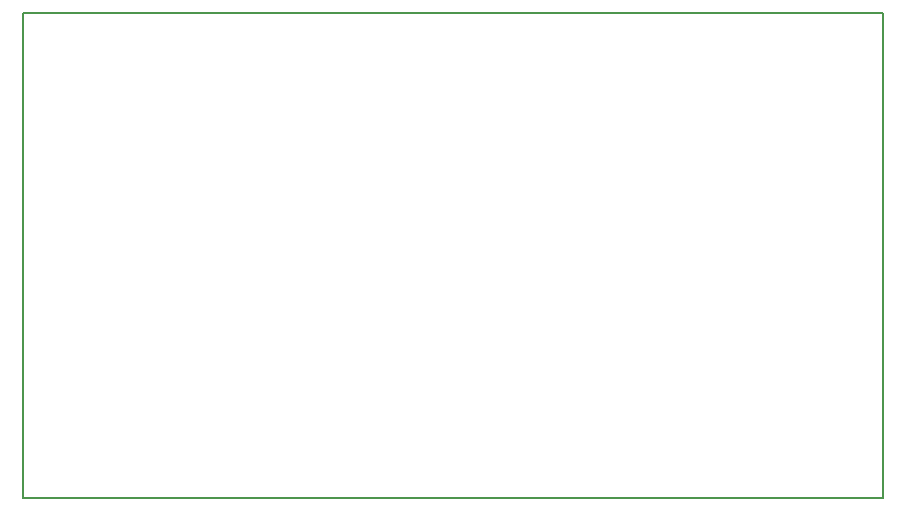
<source format=gbr>
%TF.GenerationSoftware,KiCad,Pcbnew,9.0.4*%
%TF.CreationDate,2025-11-14T19:48:19-06:00*%
%TF.ProjectId,instrument_amplifier,696e7374-7275-46d6-956e-745f616d706c,rev?*%
%TF.SameCoordinates,Original*%
%TF.FileFunction,Profile,NP*%
%FSLAX46Y46*%
G04 Gerber Fmt 4.6, Leading zero omitted, Abs format (unit mm)*
G04 Created by KiCad (PCBNEW 9.0.4) date 2025-11-14 19:48:19*
%MOMM*%
%LPD*%
G01*
G04 APERTURE LIST*
%TA.AperFunction,Profile*%
%ADD10C,0.200000*%
%TD*%
G04 APERTURE END LIST*
D10*
X51030000Y-39960000D02*
X123890000Y-39960000D01*
X123890000Y-80960000D01*
X51030000Y-80960000D01*
X51030000Y-39960000D01*
M02*

</source>
